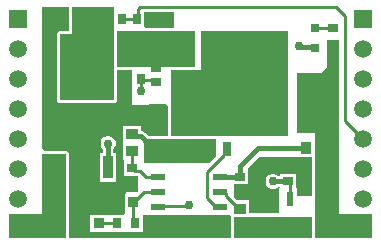
<source format=gtl>
%FSTAX23Y23*%
%MOIN*%
%SFA1B1*%

%IPPOS*%
%AMD18*
4,1,8,-0.024600,0.008900,-0.024600,-0.008900,-0.022700,-0.010800,0.022700,-0.010800,0.024600,-0.008900,0.024600,0.008900,0.022700,0.010800,-0.022700,0.010800,-0.024600,0.008900,0.0*
1,1,0.003900,-0.022700,0.008900*
1,1,0.003900,-0.022700,-0.008900*
1,1,0.003900,0.022700,-0.008900*
1,1,0.003900,0.022700,0.008900*
%
%AMD34*
4,1,8,-0.032000,-0.031700,0.032000,-0.031700,0.047800,-0.015800,0.047800,0.015800,0.032000,0.031700,-0.032000,0.031700,-0.047800,0.015800,-0.047800,-0.015800,-0.032000,-0.031700,0.0*
1,1,0.031700,-0.032000,-0.015800*
1,1,0.031700,0.032000,-0.015800*
1,1,0.031700,0.032000,0.015800*
1,1,0.031700,-0.032000,0.015800*
%
%ADD15R,0.106300X0.086610*%
%ADD16R,0.031500X0.031500*%
%ADD17R,0.035430X0.027560*%
G04~CAMADD=18~8~0.0~0.0~216.5~492.1~19.5~0.0~15~0.0~0.0~0.0~0.0~0~0.0~0.0~0.0~0.0~0~0.0~0.0~0.0~90.0~492.0~216.0*
%ADD18D18*%
%ADD19R,0.035430X0.074800*%
%ADD20R,0.125980X0.074800*%
%ADD21R,0.060000X0.060000*%
%ADD22R,0.060000X0.060000*%
%ADD23R,0.033470X0.029530*%
%ADD24R,0.039370X0.031500*%
%ADD25R,0.029530X0.033470*%
%ADD26R,0.041340X0.035430*%
%ADD27R,0.066140X0.039370*%
%ADD28R,0.027560X0.033470*%
%ADD29R,0.037400X0.037400*%
%ADD30R,0.033470X0.027560*%
%ADD31R,0.035430X0.041340*%
%ADD32R,0.019680X0.049210*%
%ADD33R,0.025590X0.047240*%
G04~CAMADD=34~8~0.0~0.0~956.7~633.9~158.5~0.0~15~0.0~0.0~0.0~0.0~0~0.0~0.0~0.0~0.0~0~0.0~0.0~0.0~180.0~956.0~633.0*
%ADD34D34*%
%ADD35R,0.035430X0.029530*%
%ADD36R,0.031750X0.034180*%
%ADD37R,0.031500X0.035430*%
%ADD38R,0.031970X0.029850*%
%ADD39R,0.029850X0.031970*%
%ADD40R,0.027560X0.025590*%
%ADD63C,0.015000*%
%ADD64C,0.010000*%
%ADD65R,0.059060X0.059060*%
%ADD66C,0.059060*%
%ADD67C,0.030000*%
%LNboost-shield-v2-1*%
%LPD*%
G36*
X0057Y0072D02*
X00479D01*
X00471Y00723*
Y00774*
X0057*
Y0072*
G37*
G36*
X0064Y0059D02*
X0056D01*
X00559Y0059*
X0038*
Y0071*
X0064*
Y0059*
G37*
G36*
X0037Y0071D02*
X00369Y0071D01*
Y0059*
X0037Y00589*
Y0048*
X0019*
Y007*
X0023*
Y0079*
X0037*
Y0071*
G37*
G36*
X00219Y0079D02*
Y0071D01*
X0019*
X00186Y00709*
X00182Y00707*
X0018Y00703*
X00179Y007*
Y0048*
X0018Y00476*
X00182Y00472*
X00186Y0047*
X0019Y00469*
X0037*
X00373Y0047*
X00377Y00472*
X00379Y00476*
X0038Y0048*
Y00579*
X0043*
Y00465*
X00542Y00466*
X00549Y00459*
Y0036*
X00485*
X00472Y00372*
X00466Y00376*
X0046Y00377*
Y00395*
X00399*
Y00339*
Y00284*
X00402Y00278*
Y00228*
X00438*
X00439Y00228*
X0045*
Y00176*
X00448Y00175*
X0041*
Y00167*
X00408*
Y00112*
X00408Y00102*
X00407Y001*
X00401Y00097*
X00396*
X00354*
X00348Y00098*
X00345*
X00291*
Y00041*
X00345*
X00348*
X00354Y00042*
X00403*
X00406*
X00413*
X00416*
X00465*
Y00097*
X00755*
X00759Y00089*
Y00033*
Y0002*
X0022*
Y003*
X00219Y00303*
X00217Y00307*
X00213Y00309*
X0021Y0031*
X0014*
X0013Y0032*
Y0079*
X00219*
G37*
G36*
X0095Y0036D02*
X0056D01*
Y0058*
X0066*
Y0071*
X0095*
Y0036*
G37*
G36*
X01029Y00271D02*
X0103Y00269D01*
Y00222*
X01029Y0022*
Y0016*
X0098*
Y00186*
X00976*
Y00234*
X00923*
Y00227*
X00917*
X00914Y00231*
X00904Y00235*
X00895*
X00885Y00231*
X00878Y00224*
X00875Y00214*
Y00205*
X00878Y00195*
X00885Y00188*
X00895Y00185*
X00904*
X00914Y00188*
X00917Y00192*
X00923*
Y00186*
X0092*
Y00105*
X0082*
Y00146*
X0078*
X0077Y00157*
Y00199*
X00815*
Y00249*
X00818Y00253*
X00854Y00289*
X01029*
Y00271*
G37*
G36*
X0056Y00349D02*
X0071D01*
Y00291*
X00688Y0027*
X0047*
Y0035*
X00559*
X0056Y00349*
G37*
G36*
X0112Y001D02*
X0123D01*
Y0002*
X0104*
Y0022*
X0104*
Y00271*
X0104*
Y0037*
X0098*
Y0057*
X0106*
X0108Y0059*
Y0068*
X0112*
Y001*
G37*
G36*
X01029Y0002D02*
X0077D01*
Y0009*
X01029*
Y0002*
G37*
G36*
X0021D02*
X0002D01*
Y001*
X0013*
Y003*
X0021*
Y0002*
G37*
%LNboost-shield-v2-2*%
%LPC*%
G36*
X00354Y0036D02*
X00345D01*
X00335Y00356*
X00328Y00349*
X00325Y00339*
Y0033*
X00328Y0032*
X00332Y00317*
Y00303*
X00322*
Y00208*
X00378*
Y00303*
X00368*
Y00317*
X00371Y0032*
X00375Y0033*
Y00339*
X00371Y00349*
X00364Y00356*
X00354Y0036*
G37*
%LNboost-shield-v2-3*%
%LPD*%
G54D15*
X0105Y0051D03*
X00864D03*
G54D16*
X0104Y00655D03*
Y0072D03*
G54D17*
X011Y0072D03*
Y00664D03*
G54D18*
X00723Y00075D03*
Y00125D03*
Y00175D03*
Y00225D03*
X00516Y00075D03*
Y00125D03*
Y00175D03*
Y00225D03*
G54D19*
X00169Y00256D03*
X0026D03*
X0035D03*
G54D20*
X0026Y0052D03*
G54D21*
X0026Y0076D03*
G54D22*
X0016Y0076D03*
G54D23*
X0095Y00261D03*
Y0021D03*
G54D24*
X0085Y00119D03*
Y0006D03*
G54D25*
X01014Y0006D03*
X01065D03*
X00395Y0075D03*
X00344D03*
G54D26*
X0079Y00061D03*
Y00118D03*
X0043Y00312D03*
Y00367D03*
G54D27*
X0051Y00312D03*
Y00427D03*
G54D28*
X0041Y0055D03*
X0046D03*
X00492Y0075D03*
X00447D03*
G54D29*
X0032Y0007D03*
Y00129D03*
G54D30*
X0051Y00542D03*
Y00587D03*
G54D31*
X0101Y0032D03*
X01067D03*
G54D32*
X0093Y00067D03*
X00904Y00152D03*
X00955D03*
G54D33*
X00592Y0054D03*
X00645D03*
X00697D03*
X0075D03*
X00746Y00318D03*
X00696D03*
X00646D03*
X00596D03*
G54D34*
X0044Y0065D03*
X00271D03*
X00744D03*
X00575D03*
G54D35*
X0043Y00206D03*
Y00253D03*
G54D36*
X00385Y0014D03*
X00434D03*
G54D37*
X0038Y0007D03*
X00439D03*
G54D38*
X0079Y00224D03*
Y00175D03*
G54D39*
X01064Y00245D03*
X01015D03*
G54D40*
X01065Y00185D03*
X01014D03*
G54D63*
X00987Y00657D02*
X01037D01*
X0104Y00655*
X00985Y0066D02*
X00987Y00657D01*
X0035Y00256D02*
X0035Y00256D01*
X0035Y00256D02*
Y00334D01*
X0035Y00335D02*
X0035Y00334D01*
X009Y0021D02*
X0095D01*
X00459Y0036D02*
X00488Y00331D01*
X00437Y0036D02*
X00459D01*
X00723Y00224D02*
X00789D01*
X0079Y00224*
X00723Y00225D02*
X00723Y00224D01*
X0085Y0032D02*
X0101D01*
X0079Y00224D02*
Y0026D01*
X0085Y0032*
G54D64*
X00457Y0079D02*
X0111D01*
X0114Y0076*
Y0041D02*
Y0076D01*
Y0041D02*
X012Y0035D01*
X0104Y0072D02*
X011D01*
X00451Y00754D02*
Y00784D01*
X00457Y0079*
X0046Y00511D02*
Y0055D01*
X00516Y00125D02*
X00519Y00127D01*
X00617*
X0062Y0013*
X00447Y0075D02*
X00451Y00754D01*
X00395Y0075D02*
X00447D01*
X0043Y00367D02*
X00437Y0036D01*
X00462Y00547D02*
X0051D01*
X0046Y0055D02*
X00462Y00547D01*
X00445Y00152D02*
X00446D01*
X00434Y00074D02*
Y00141D01*
X00469Y00175D02*
X00516D01*
X00434Y00141D02*
X00445Y00152D01*
X00446D02*
X00469Y00175D01*
X00434Y00074D02*
X00439Y0007D01*
X0032D02*
X0038D01*
X0043Y00253D02*
Y00312D01*
X00439Y00243D02*
X00458D01*
X00477Y00225D02*
X00516D01*
X0043Y00253D02*
X00439Y00243D01*
X00458D02*
X00477Y00225D01*
X0068Y00154D02*
Y0024D01*
Y00154D02*
X00709Y00125D01*
X0068Y0024D02*
X00738Y00298D01*
Y0031*
X00746Y00318*
X00709Y00125D02*
X00723D01*
X00955Y00152D02*
Y00204D01*
X0095Y0021D02*
X00955Y00204D01*
X00742Y00162D02*
Y00169D01*
X00774Y00131D02*
D01*
X00723Y00175D02*
X00737D01*
X00742Y00162D02*
X00774Y00131D01*
X00737Y00175D02*
X00742Y00169D01*
X00774Y00131D02*
X00787Y00118D01*
X0079*
G54D65*
X012Y0075D03*
X0005D03*
G54D66*
X012Y0065D03*
Y0055D03*
Y0045D03*
Y0035D03*
Y0025D03*
Y0015D03*
Y0005D03*
X0005D03*
Y0015D03*
Y0025D03*
Y0035D03*
Y0045D03*
Y0055D03*
Y0065D03*
G54D67*
X00985Y0066D03*
X0035Y00335D03*
X009Y0021D03*
X004Y00435D03*
X00575Y0005D03*
X00645D03*
X00225Y00435D03*
X00855Y0019D03*
X00225Y00365D03*
X00155Y00645D03*
Y00575D03*
Y0068D03*
X00295Y0033D03*
Y004D03*
X0019Y00435D03*
X0026Y00155D03*
X0019Y004D03*
X00155Y0033D03*
Y004D03*
X0026D03*
Y00085D03*
X00155Y00365D03*
X0019D03*
X0026Y00435D03*
X00155Y00505D03*
X00225Y004D03*
X00155Y0047D03*
Y0061D03*
X00225Y0033D03*
X00295Y00435D03*
X00155D03*
X0061Y0005D03*
X0026D03*
Y0012D03*
Y0033D03*
Y00365D03*
X00295D03*
X0019Y0033D03*
X0054Y0075D03*
X00155Y0054D03*
X0046Y00511D03*
X0062Y0013D03*
M02*
</source>
